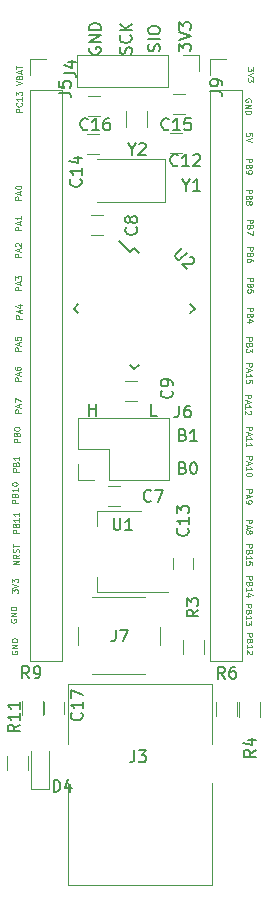
<source format=gbr>
G04 #@! TF.FileFunction,Legend,Top*
%FSLAX46Y46*%
G04 Gerber Fmt 4.6, Leading zero omitted, Abs format (unit mm)*
G04 Created by KiCad (PCBNEW 4.0.7) date 06/22/20 22:52:38*
%MOMM*%
%LPD*%
G01*
G04 APERTURE LIST*
%ADD10C,0.100000*%
%ADD11C,0.150000*%
%ADD12C,0.120000*%
G04 APERTURE END LIST*
D10*
D11*
X72693239Y-64604571D02*
X72836096Y-64652190D01*
X72883715Y-64699810D01*
X72931334Y-64795048D01*
X72931334Y-64937905D01*
X72883715Y-65033143D01*
X72836096Y-65080762D01*
X72740858Y-65128381D01*
X72359905Y-65128381D01*
X72359905Y-64128381D01*
X72693239Y-64128381D01*
X72788477Y-64176000D01*
X72836096Y-64223619D01*
X72883715Y-64318857D01*
X72883715Y-64414095D01*
X72836096Y-64509333D01*
X72788477Y-64556952D01*
X72693239Y-64604571D01*
X72359905Y-64604571D01*
X73883715Y-65128381D02*
X73312286Y-65128381D01*
X73598000Y-65128381D02*
X73598000Y-64128381D01*
X73502762Y-64271238D01*
X73407524Y-64366476D01*
X73312286Y-64414095D01*
X72693239Y-67404571D02*
X72836096Y-67452190D01*
X72883715Y-67499810D01*
X72931334Y-67595048D01*
X72931334Y-67737905D01*
X72883715Y-67833143D01*
X72836096Y-67880762D01*
X72740858Y-67928381D01*
X72359905Y-67928381D01*
X72359905Y-66928381D01*
X72693239Y-66928381D01*
X72788477Y-66976000D01*
X72836096Y-67023619D01*
X72883715Y-67118857D01*
X72883715Y-67214095D01*
X72836096Y-67309333D01*
X72788477Y-67356952D01*
X72693239Y-67404571D01*
X72359905Y-67404571D01*
X73550381Y-66928381D02*
X73645620Y-66928381D01*
X73740858Y-66976000D01*
X73788477Y-67023619D01*
X73836096Y-67118857D01*
X73883715Y-67309333D01*
X73883715Y-67547429D01*
X73836096Y-67737905D01*
X73788477Y-67833143D01*
X73740858Y-67880762D01*
X73645620Y-67928381D01*
X73550381Y-67928381D01*
X73455143Y-67880762D01*
X73407524Y-67833143D01*
X73359905Y-67737905D01*
X73312286Y-67547429D01*
X73312286Y-67309333D01*
X73359905Y-67118857D01*
X73407524Y-67023619D01*
X73455143Y-66976000D01*
X73550381Y-66928381D01*
X70507524Y-63003381D02*
X70031333Y-63003381D01*
X70031333Y-62003381D01*
X64787286Y-62978381D02*
X64787286Y-61978381D01*
X64787286Y-62454571D02*
X65358715Y-62454571D01*
X65358715Y-62978381D02*
X65358715Y-61978381D01*
X68302762Y-32361714D02*
X68350381Y-32218857D01*
X68350381Y-31980761D01*
X68302762Y-31885523D01*
X68255143Y-31837904D01*
X68159905Y-31790285D01*
X68064667Y-31790285D01*
X67969429Y-31837904D01*
X67921810Y-31885523D01*
X67874190Y-31980761D01*
X67826571Y-32171238D01*
X67778952Y-32266476D01*
X67731333Y-32314095D01*
X67636095Y-32361714D01*
X67540857Y-32361714D01*
X67445619Y-32314095D01*
X67398000Y-32266476D01*
X67350381Y-32171238D01*
X67350381Y-31933142D01*
X67398000Y-31790285D01*
X68255143Y-30790285D02*
X68302762Y-30837904D01*
X68350381Y-30980761D01*
X68350381Y-31075999D01*
X68302762Y-31218857D01*
X68207524Y-31314095D01*
X68112286Y-31361714D01*
X67921810Y-31409333D01*
X67778952Y-31409333D01*
X67588476Y-31361714D01*
X67493238Y-31314095D01*
X67398000Y-31218857D01*
X67350381Y-31075999D01*
X67350381Y-30980761D01*
X67398000Y-30837904D01*
X67445619Y-30790285D01*
X68350381Y-30361714D02*
X67350381Y-30361714D01*
X68350381Y-29790285D02*
X67778952Y-30218857D01*
X67350381Y-29790285D02*
X67921810Y-30361714D01*
X70702762Y-32123619D02*
X70750381Y-31980762D01*
X70750381Y-31742666D01*
X70702762Y-31647428D01*
X70655143Y-31599809D01*
X70559905Y-31552190D01*
X70464667Y-31552190D01*
X70369429Y-31599809D01*
X70321810Y-31647428D01*
X70274190Y-31742666D01*
X70226571Y-31933143D01*
X70178952Y-32028381D01*
X70131333Y-32076000D01*
X70036095Y-32123619D01*
X69940857Y-32123619D01*
X69845619Y-32076000D01*
X69798000Y-32028381D01*
X69750381Y-31933143D01*
X69750381Y-31695047D01*
X69798000Y-31552190D01*
X70750381Y-31123619D02*
X69750381Y-31123619D01*
X69750381Y-30456953D02*
X69750381Y-30266476D01*
X69798000Y-30171238D01*
X69893238Y-30076000D01*
X70083714Y-30028381D01*
X70417048Y-30028381D01*
X70607524Y-30076000D01*
X70702762Y-30171238D01*
X70750381Y-30266476D01*
X70750381Y-30456953D01*
X70702762Y-30552191D01*
X70607524Y-30647429D01*
X70417048Y-30695048D01*
X70083714Y-30695048D01*
X69893238Y-30647429D01*
X69798000Y-30552191D01*
X69750381Y-30456953D01*
X64798000Y-31837904D02*
X64750381Y-31933142D01*
X64750381Y-32075999D01*
X64798000Y-32218857D01*
X64893238Y-32314095D01*
X64988476Y-32361714D01*
X65178952Y-32409333D01*
X65321810Y-32409333D01*
X65512286Y-32361714D01*
X65607524Y-32314095D01*
X65702762Y-32218857D01*
X65750381Y-32075999D01*
X65750381Y-31980761D01*
X65702762Y-31837904D01*
X65655143Y-31790285D01*
X65321810Y-31790285D01*
X65321810Y-31980761D01*
X65750381Y-31361714D02*
X64750381Y-31361714D01*
X65750381Y-30790285D01*
X64750381Y-30790285D01*
X65750381Y-30314095D02*
X64750381Y-30314095D01*
X64750381Y-30076000D01*
X64798000Y-29933142D01*
X64893238Y-29837904D01*
X64988476Y-29790285D01*
X65178952Y-29742666D01*
X65321810Y-29742666D01*
X65512286Y-29790285D01*
X65607524Y-29837904D01*
X65702762Y-29933142D01*
X65750381Y-30076000D01*
X65750381Y-30314095D01*
X72350381Y-32114095D02*
X72350381Y-31495047D01*
X72731333Y-31828381D01*
X72731333Y-31685523D01*
X72778952Y-31590285D01*
X72826571Y-31542666D01*
X72921810Y-31495047D01*
X73159905Y-31495047D01*
X73255143Y-31542666D01*
X73302762Y-31590285D01*
X73350381Y-31685523D01*
X73350381Y-31971238D01*
X73302762Y-32066476D01*
X73255143Y-32114095D01*
X72350381Y-31209333D02*
X73350381Y-30876000D01*
X72350381Y-30542666D01*
X72350381Y-30304571D02*
X72350381Y-29685523D01*
X72731333Y-30018857D01*
X72731333Y-29875999D01*
X72778952Y-29780761D01*
X72826571Y-29733142D01*
X72921810Y-29685523D01*
X73159905Y-29685523D01*
X73255143Y-29733142D01*
X73302762Y-29780761D01*
X73350381Y-29875999D01*
X73350381Y-30161714D01*
X73302762Y-30256952D01*
X73255143Y-30304571D01*
D10*
X78671810Y-33496954D02*
X78671810Y-33806477D01*
X78481333Y-33639811D01*
X78481333Y-33711239D01*
X78457524Y-33758858D01*
X78433714Y-33782668D01*
X78386095Y-33806477D01*
X78267048Y-33806477D01*
X78219429Y-33782668D01*
X78195619Y-33758858D01*
X78171810Y-33711239D01*
X78171810Y-33568382D01*
X78195619Y-33520763D01*
X78219429Y-33496954D01*
X78671810Y-33949334D02*
X78171810Y-34116001D01*
X78671810Y-34282667D01*
X78671810Y-34401715D02*
X78671810Y-34711238D01*
X78481333Y-34544572D01*
X78481333Y-34616000D01*
X78457524Y-34663619D01*
X78433714Y-34687429D01*
X78386095Y-34711238D01*
X78267048Y-34711238D01*
X78219429Y-34687429D01*
X78195619Y-34663619D01*
X78171810Y-34616000D01*
X78171810Y-34473143D01*
X78195619Y-34425524D01*
X78219429Y-34401715D01*
X78458000Y-36415047D02*
X78481810Y-36367428D01*
X78481810Y-36296000D01*
X78458000Y-36224571D01*
X78410381Y-36176952D01*
X78362762Y-36153143D01*
X78267524Y-36129333D01*
X78196095Y-36129333D01*
X78100857Y-36153143D01*
X78053238Y-36176952D01*
X78005619Y-36224571D01*
X77981810Y-36296000D01*
X77981810Y-36343619D01*
X78005619Y-36415047D01*
X78029429Y-36438857D01*
X78196095Y-36438857D01*
X78196095Y-36343619D01*
X77981810Y-36653143D02*
X78481810Y-36653143D01*
X77981810Y-36938857D01*
X78481810Y-36938857D01*
X77981810Y-37176953D02*
X78481810Y-37176953D01*
X78481810Y-37296000D01*
X78458000Y-37367429D01*
X78410381Y-37415048D01*
X78362762Y-37438857D01*
X78267524Y-37462667D01*
X78196095Y-37462667D01*
X78100857Y-37438857D01*
X78053238Y-37415048D01*
X78005619Y-37367429D01*
X77981810Y-37296000D01*
X77981810Y-37176953D01*
X78531810Y-39310763D02*
X78531810Y-39072668D01*
X78293714Y-39048858D01*
X78317524Y-39072668D01*
X78341333Y-39120287D01*
X78341333Y-39239334D01*
X78317524Y-39286953D01*
X78293714Y-39310763D01*
X78246095Y-39334572D01*
X78127048Y-39334572D01*
X78079429Y-39310763D01*
X78055619Y-39286953D01*
X78031810Y-39239334D01*
X78031810Y-39120287D01*
X78055619Y-39072668D01*
X78079429Y-39048858D01*
X78531810Y-39477429D02*
X78031810Y-39644096D01*
X78531810Y-39810762D01*
X78031810Y-41226953D02*
X78531810Y-41226953D01*
X78531810Y-41417429D01*
X78508000Y-41465048D01*
X78484190Y-41488857D01*
X78436571Y-41512667D01*
X78365143Y-41512667D01*
X78317524Y-41488857D01*
X78293714Y-41465048D01*
X78269905Y-41417429D01*
X78269905Y-41226953D01*
X78293714Y-41893619D02*
X78269905Y-41965048D01*
X78246095Y-41988857D01*
X78198476Y-42012667D01*
X78127048Y-42012667D01*
X78079429Y-41988857D01*
X78055619Y-41965048D01*
X78031810Y-41917429D01*
X78031810Y-41726953D01*
X78531810Y-41726953D01*
X78531810Y-41893619D01*
X78508000Y-41941238D01*
X78484190Y-41965048D01*
X78436571Y-41988857D01*
X78388952Y-41988857D01*
X78341333Y-41965048D01*
X78317524Y-41941238D01*
X78293714Y-41893619D01*
X78293714Y-41726953D01*
X78031810Y-42250762D02*
X78031810Y-42346000D01*
X78055619Y-42393619D01*
X78079429Y-42417429D01*
X78150857Y-42465048D01*
X78246095Y-42488857D01*
X78436571Y-42488857D01*
X78484190Y-42465048D01*
X78508000Y-42441238D01*
X78531810Y-42393619D01*
X78531810Y-42298381D01*
X78508000Y-42250762D01*
X78484190Y-42226953D01*
X78436571Y-42203143D01*
X78317524Y-42203143D01*
X78269905Y-42226953D01*
X78246095Y-42250762D01*
X78222286Y-42298381D01*
X78222286Y-42393619D01*
X78246095Y-42441238D01*
X78269905Y-42465048D01*
X78317524Y-42488857D01*
X78031810Y-43846953D02*
X78531810Y-43846953D01*
X78531810Y-44037429D01*
X78508000Y-44085048D01*
X78484190Y-44108857D01*
X78436571Y-44132667D01*
X78365143Y-44132667D01*
X78317524Y-44108857D01*
X78293714Y-44085048D01*
X78269905Y-44037429D01*
X78269905Y-43846953D01*
X78293714Y-44513619D02*
X78269905Y-44585048D01*
X78246095Y-44608857D01*
X78198476Y-44632667D01*
X78127048Y-44632667D01*
X78079429Y-44608857D01*
X78055619Y-44585048D01*
X78031810Y-44537429D01*
X78031810Y-44346953D01*
X78531810Y-44346953D01*
X78531810Y-44513619D01*
X78508000Y-44561238D01*
X78484190Y-44585048D01*
X78436571Y-44608857D01*
X78388952Y-44608857D01*
X78341333Y-44585048D01*
X78317524Y-44561238D01*
X78293714Y-44513619D01*
X78293714Y-44346953D01*
X78317524Y-44918381D02*
X78341333Y-44870762D01*
X78365143Y-44846953D01*
X78412762Y-44823143D01*
X78436571Y-44823143D01*
X78484190Y-44846953D01*
X78508000Y-44870762D01*
X78531810Y-44918381D01*
X78531810Y-45013619D01*
X78508000Y-45061238D01*
X78484190Y-45085048D01*
X78436571Y-45108857D01*
X78412762Y-45108857D01*
X78365143Y-45085048D01*
X78341333Y-45061238D01*
X78317524Y-45013619D01*
X78317524Y-44918381D01*
X78293714Y-44870762D01*
X78269905Y-44846953D01*
X78222286Y-44823143D01*
X78127048Y-44823143D01*
X78079429Y-44846953D01*
X78055619Y-44870762D01*
X78031810Y-44918381D01*
X78031810Y-45013619D01*
X78055619Y-45061238D01*
X78079429Y-45085048D01*
X78127048Y-45108857D01*
X78222286Y-45108857D01*
X78269905Y-45085048D01*
X78293714Y-45061238D01*
X78317524Y-45013619D01*
X78111810Y-46376953D02*
X78611810Y-46376953D01*
X78611810Y-46567429D01*
X78588000Y-46615048D01*
X78564190Y-46638857D01*
X78516571Y-46662667D01*
X78445143Y-46662667D01*
X78397524Y-46638857D01*
X78373714Y-46615048D01*
X78349905Y-46567429D01*
X78349905Y-46376953D01*
X78373714Y-47043619D02*
X78349905Y-47115048D01*
X78326095Y-47138857D01*
X78278476Y-47162667D01*
X78207048Y-47162667D01*
X78159429Y-47138857D01*
X78135619Y-47115048D01*
X78111810Y-47067429D01*
X78111810Y-46876953D01*
X78611810Y-46876953D01*
X78611810Y-47043619D01*
X78588000Y-47091238D01*
X78564190Y-47115048D01*
X78516571Y-47138857D01*
X78468952Y-47138857D01*
X78421333Y-47115048D01*
X78397524Y-47091238D01*
X78373714Y-47043619D01*
X78373714Y-46876953D01*
X78611810Y-47329334D02*
X78611810Y-47662667D01*
X78111810Y-47448381D01*
X78111810Y-48716953D02*
X78611810Y-48716953D01*
X78611810Y-48907429D01*
X78588000Y-48955048D01*
X78564190Y-48978857D01*
X78516571Y-49002667D01*
X78445143Y-49002667D01*
X78397524Y-48978857D01*
X78373714Y-48955048D01*
X78349905Y-48907429D01*
X78349905Y-48716953D01*
X78373714Y-49383619D02*
X78349905Y-49455048D01*
X78326095Y-49478857D01*
X78278476Y-49502667D01*
X78207048Y-49502667D01*
X78159429Y-49478857D01*
X78135619Y-49455048D01*
X78111810Y-49407429D01*
X78111810Y-49216953D01*
X78611810Y-49216953D01*
X78611810Y-49383619D01*
X78588000Y-49431238D01*
X78564190Y-49455048D01*
X78516571Y-49478857D01*
X78468952Y-49478857D01*
X78421333Y-49455048D01*
X78397524Y-49431238D01*
X78373714Y-49383619D01*
X78373714Y-49216953D01*
X78611810Y-49931238D02*
X78611810Y-49836000D01*
X78588000Y-49788381D01*
X78564190Y-49764572D01*
X78492762Y-49716953D01*
X78397524Y-49693143D01*
X78207048Y-49693143D01*
X78159429Y-49716953D01*
X78135619Y-49740762D01*
X78111810Y-49788381D01*
X78111810Y-49883619D01*
X78135619Y-49931238D01*
X78159429Y-49955048D01*
X78207048Y-49978857D01*
X78326095Y-49978857D01*
X78373714Y-49955048D01*
X78397524Y-49931238D01*
X78421333Y-49883619D01*
X78421333Y-49788381D01*
X78397524Y-49740762D01*
X78373714Y-49716953D01*
X78326095Y-49693143D01*
X78141810Y-51306953D02*
X78641810Y-51306953D01*
X78641810Y-51497429D01*
X78618000Y-51545048D01*
X78594190Y-51568857D01*
X78546571Y-51592667D01*
X78475143Y-51592667D01*
X78427524Y-51568857D01*
X78403714Y-51545048D01*
X78379905Y-51497429D01*
X78379905Y-51306953D01*
X78403714Y-51973619D02*
X78379905Y-52045048D01*
X78356095Y-52068857D01*
X78308476Y-52092667D01*
X78237048Y-52092667D01*
X78189429Y-52068857D01*
X78165619Y-52045048D01*
X78141810Y-51997429D01*
X78141810Y-51806953D01*
X78641810Y-51806953D01*
X78641810Y-51973619D01*
X78618000Y-52021238D01*
X78594190Y-52045048D01*
X78546571Y-52068857D01*
X78498952Y-52068857D01*
X78451333Y-52045048D01*
X78427524Y-52021238D01*
X78403714Y-51973619D01*
X78403714Y-51806953D01*
X78641810Y-52545048D02*
X78641810Y-52306953D01*
X78403714Y-52283143D01*
X78427524Y-52306953D01*
X78451333Y-52354572D01*
X78451333Y-52473619D01*
X78427524Y-52521238D01*
X78403714Y-52545048D01*
X78356095Y-52568857D01*
X78237048Y-52568857D01*
X78189429Y-52545048D01*
X78165619Y-52521238D01*
X78141810Y-52473619D01*
X78141810Y-52354572D01*
X78165619Y-52306953D01*
X78189429Y-52283143D01*
X78111810Y-53846953D02*
X78611810Y-53846953D01*
X78611810Y-54037429D01*
X78588000Y-54085048D01*
X78564190Y-54108857D01*
X78516571Y-54132667D01*
X78445143Y-54132667D01*
X78397524Y-54108857D01*
X78373714Y-54085048D01*
X78349905Y-54037429D01*
X78349905Y-53846953D01*
X78373714Y-54513619D02*
X78349905Y-54585048D01*
X78326095Y-54608857D01*
X78278476Y-54632667D01*
X78207048Y-54632667D01*
X78159429Y-54608857D01*
X78135619Y-54585048D01*
X78111810Y-54537429D01*
X78111810Y-54346953D01*
X78611810Y-54346953D01*
X78611810Y-54513619D01*
X78588000Y-54561238D01*
X78564190Y-54585048D01*
X78516571Y-54608857D01*
X78468952Y-54608857D01*
X78421333Y-54585048D01*
X78397524Y-54561238D01*
X78373714Y-54513619D01*
X78373714Y-54346953D01*
X78445143Y-55061238D02*
X78111810Y-55061238D01*
X78635619Y-54942191D02*
X78278476Y-54823143D01*
X78278476Y-55132667D01*
X78041810Y-56366953D02*
X78541810Y-56366953D01*
X78541810Y-56557429D01*
X78518000Y-56605048D01*
X78494190Y-56628857D01*
X78446571Y-56652667D01*
X78375143Y-56652667D01*
X78327524Y-56628857D01*
X78303714Y-56605048D01*
X78279905Y-56557429D01*
X78279905Y-56366953D01*
X78303714Y-57033619D02*
X78279905Y-57105048D01*
X78256095Y-57128857D01*
X78208476Y-57152667D01*
X78137048Y-57152667D01*
X78089429Y-57128857D01*
X78065619Y-57105048D01*
X78041810Y-57057429D01*
X78041810Y-56866953D01*
X78541810Y-56866953D01*
X78541810Y-57033619D01*
X78518000Y-57081238D01*
X78494190Y-57105048D01*
X78446571Y-57128857D01*
X78398952Y-57128857D01*
X78351333Y-57105048D01*
X78327524Y-57081238D01*
X78303714Y-57033619D01*
X78303714Y-56866953D01*
X78541810Y-57319334D02*
X78541810Y-57628857D01*
X78351333Y-57462191D01*
X78351333Y-57533619D01*
X78327524Y-57581238D01*
X78303714Y-57605048D01*
X78256095Y-57628857D01*
X78137048Y-57628857D01*
X78089429Y-57605048D01*
X78065619Y-57581238D01*
X78041810Y-57533619D01*
X78041810Y-57390762D01*
X78065619Y-57343143D01*
X78089429Y-57319334D01*
X78031810Y-58554573D02*
X78531810Y-58554573D01*
X78531810Y-58745049D01*
X78508000Y-58792668D01*
X78484190Y-58816477D01*
X78436571Y-58840287D01*
X78365143Y-58840287D01*
X78317524Y-58816477D01*
X78293714Y-58792668D01*
X78269905Y-58745049D01*
X78269905Y-58554573D01*
X78174667Y-59030763D02*
X78174667Y-59268858D01*
X78031810Y-58983144D02*
X78531810Y-59149811D01*
X78031810Y-59316477D01*
X78031810Y-59745048D02*
X78031810Y-59459334D01*
X78031810Y-59602191D02*
X78531810Y-59602191D01*
X78460381Y-59554572D01*
X78412762Y-59506953D01*
X78388952Y-59459334D01*
X78531810Y-60197429D02*
X78531810Y-59959334D01*
X78293714Y-59935524D01*
X78317524Y-59959334D01*
X78341333Y-60006953D01*
X78341333Y-60126000D01*
X78317524Y-60173619D01*
X78293714Y-60197429D01*
X78246095Y-60221238D01*
X78127048Y-60221238D01*
X78079429Y-60197429D01*
X78055619Y-60173619D01*
X78031810Y-60126000D01*
X78031810Y-60006953D01*
X78055619Y-59959334D01*
X78079429Y-59935524D01*
X77951810Y-61194573D02*
X78451810Y-61194573D01*
X78451810Y-61385049D01*
X78428000Y-61432668D01*
X78404190Y-61456477D01*
X78356571Y-61480287D01*
X78285143Y-61480287D01*
X78237524Y-61456477D01*
X78213714Y-61432668D01*
X78189905Y-61385049D01*
X78189905Y-61194573D01*
X78094667Y-61670763D02*
X78094667Y-61908858D01*
X77951810Y-61623144D02*
X78451810Y-61789811D01*
X77951810Y-61956477D01*
X77951810Y-62385048D02*
X77951810Y-62099334D01*
X77951810Y-62242191D02*
X78451810Y-62242191D01*
X78380381Y-62194572D01*
X78332762Y-62146953D01*
X78308952Y-62099334D01*
X78404190Y-62575524D02*
X78428000Y-62599334D01*
X78451810Y-62646953D01*
X78451810Y-62766000D01*
X78428000Y-62813619D01*
X78404190Y-62837429D01*
X78356571Y-62861238D01*
X78308952Y-62861238D01*
X78237524Y-62837429D01*
X77951810Y-62551715D01*
X77951810Y-62861238D01*
X78041810Y-63914573D02*
X78541810Y-63914573D01*
X78541810Y-64105049D01*
X78518000Y-64152668D01*
X78494190Y-64176477D01*
X78446571Y-64200287D01*
X78375143Y-64200287D01*
X78327524Y-64176477D01*
X78303714Y-64152668D01*
X78279905Y-64105049D01*
X78279905Y-63914573D01*
X78184667Y-64390763D02*
X78184667Y-64628858D01*
X78041810Y-64343144D02*
X78541810Y-64509811D01*
X78041810Y-64676477D01*
X78041810Y-65105048D02*
X78041810Y-64819334D01*
X78041810Y-64962191D02*
X78541810Y-64962191D01*
X78470381Y-64914572D01*
X78422762Y-64866953D01*
X78398952Y-64819334D01*
X78041810Y-65581238D02*
X78041810Y-65295524D01*
X78041810Y-65438381D02*
X78541810Y-65438381D01*
X78470381Y-65390762D01*
X78422762Y-65343143D01*
X78398952Y-65295524D01*
X78041810Y-66434573D02*
X78541810Y-66434573D01*
X78541810Y-66625049D01*
X78518000Y-66672668D01*
X78494190Y-66696477D01*
X78446571Y-66720287D01*
X78375143Y-66720287D01*
X78327524Y-66696477D01*
X78303714Y-66672668D01*
X78279905Y-66625049D01*
X78279905Y-66434573D01*
X78184667Y-66910763D02*
X78184667Y-67148858D01*
X78041810Y-66863144D02*
X78541810Y-67029811D01*
X78041810Y-67196477D01*
X78041810Y-67625048D02*
X78041810Y-67339334D01*
X78041810Y-67482191D02*
X78541810Y-67482191D01*
X78470381Y-67434572D01*
X78422762Y-67386953D01*
X78398952Y-67339334D01*
X78541810Y-67934572D02*
X78541810Y-67982191D01*
X78518000Y-68029810D01*
X78494190Y-68053619D01*
X78446571Y-68077429D01*
X78351333Y-68101238D01*
X78232286Y-68101238D01*
X78137048Y-68077429D01*
X78089429Y-68053619D01*
X78065619Y-68029810D01*
X78041810Y-67982191D01*
X78041810Y-67934572D01*
X78065619Y-67886953D01*
X78089429Y-67863143D01*
X78137048Y-67839334D01*
X78232286Y-67815524D01*
X78351333Y-67815524D01*
X78446571Y-67839334D01*
X78494190Y-67863143D01*
X78518000Y-67886953D01*
X78541810Y-67934572D01*
X78011810Y-69232668D02*
X78511810Y-69232668D01*
X78511810Y-69423144D01*
X78488000Y-69470763D01*
X78464190Y-69494572D01*
X78416571Y-69518382D01*
X78345143Y-69518382D01*
X78297524Y-69494572D01*
X78273714Y-69470763D01*
X78249905Y-69423144D01*
X78249905Y-69232668D01*
X78154667Y-69708858D02*
X78154667Y-69946953D01*
X78011810Y-69661239D02*
X78511810Y-69827906D01*
X78011810Y-69994572D01*
X78011810Y-70185048D02*
X78011810Y-70280286D01*
X78035619Y-70327905D01*
X78059429Y-70351715D01*
X78130857Y-70399334D01*
X78226095Y-70423143D01*
X78416571Y-70423143D01*
X78464190Y-70399334D01*
X78488000Y-70375524D01*
X78511810Y-70327905D01*
X78511810Y-70232667D01*
X78488000Y-70185048D01*
X78464190Y-70161239D01*
X78416571Y-70137429D01*
X78297524Y-70137429D01*
X78249905Y-70161239D01*
X78226095Y-70185048D01*
X78202286Y-70232667D01*
X78202286Y-70327905D01*
X78226095Y-70375524D01*
X78249905Y-70399334D01*
X78297524Y-70423143D01*
X78011810Y-71792668D02*
X78511810Y-71792668D01*
X78511810Y-71983144D01*
X78488000Y-72030763D01*
X78464190Y-72054572D01*
X78416571Y-72078382D01*
X78345143Y-72078382D01*
X78297524Y-72054572D01*
X78273714Y-72030763D01*
X78249905Y-71983144D01*
X78249905Y-71792668D01*
X78154667Y-72268858D02*
X78154667Y-72506953D01*
X78011810Y-72221239D02*
X78511810Y-72387906D01*
X78011810Y-72554572D01*
X78297524Y-72792667D02*
X78321333Y-72745048D01*
X78345143Y-72721239D01*
X78392762Y-72697429D01*
X78416571Y-72697429D01*
X78464190Y-72721239D01*
X78488000Y-72745048D01*
X78511810Y-72792667D01*
X78511810Y-72887905D01*
X78488000Y-72935524D01*
X78464190Y-72959334D01*
X78416571Y-72983143D01*
X78392762Y-72983143D01*
X78345143Y-72959334D01*
X78321333Y-72935524D01*
X78297524Y-72887905D01*
X78297524Y-72792667D01*
X78273714Y-72745048D01*
X78249905Y-72721239D01*
X78202286Y-72697429D01*
X78107048Y-72697429D01*
X78059429Y-72721239D01*
X78035619Y-72745048D01*
X78011810Y-72792667D01*
X78011810Y-72887905D01*
X78035619Y-72935524D01*
X78059429Y-72959334D01*
X78107048Y-72983143D01*
X78202286Y-72983143D01*
X78249905Y-72959334D01*
X78273714Y-72935524D01*
X78297524Y-72887905D01*
X78031810Y-73878858D02*
X78531810Y-73878858D01*
X78531810Y-74069334D01*
X78508000Y-74116953D01*
X78484190Y-74140762D01*
X78436571Y-74164572D01*
X78365143Y-74164572D01*
X78317524Y-74140762D01*
X78293714Y-74116953D01*
X78269905Y-74069334D01*
X78269905Y-73878858D01*
X78293714Y-74545524D02*
X78269905Y-74616953D01*
X78246095Y-74640762D01*
X78198476Y-74664572D01*
X78127048Y-74664572D01*
X78079429Y-74640762D01*
X78055619Y-74616953D01*
X78031810Y-74569334D01*
X78031810Y-74378858D01*
X78531810Y-74378858D01*
X78531810Y-74545524D01*
X78508000Y-74593143D01*
X78484190Y-74616953D01*
X78436571Y-74640762D01*
X78388952Y-74640762D01*
X78341333Y-74616953D01*
X78317524Y-74593143D01*
X78293714Y-74545524D01*
X78293714Y-74378858D01*
X78031810Y-75140762D02*
X78031810Y-74855048D01*
X78031810Y-74997905D02*
X78531810Y-74997905D01*
X78460381Y-74950286D01*
X78412762Y-74902667D01*
X78388952Y-74855048D01*
X78531810Y-75593143D02*
X78531810Y-75355048D01*
X78293714Y-75331238D01*
X78317524Y-75355048D01*
X78341333Y-75402667D01*
X78341333Y-75521714D01*
X78317524Y-75569333D01*
X78293714Y-75593143D01*
X78246095Y-75616952D01*
X78127048Y-75616952D01*
X78079429Y-75593143D01*
X78055619Y-75569333D01*
X78031810Y-75521714D01*
X78031810Y-75402667D01*
X78055619Y-75355048D01*
X78079429Y-75331238D01*
X78071810Y-76588858D02*
X78571810Y-76588858D01*
X78571810Y-76779334D01*
X78548000Y-76826953D01*
X78524190Y-76850762D01*
X78476571Y-76874572D01*
X78405143Y-76874572D01*
X78357524Y-76850762D01*
X78333714Y-76826953D01*
X78309905Y-76779334D01*
X78309905Y-76588858D01*
X78333714Y-77255524D02*
X78309905Y-77326953D01*
X78286095Y-77350762D01*
X78238476Y-77374572D01*
X78167048Y-77374572D01*
X78119429Y-77350762D01*
X78095619Y-77326953D01*
X78071810Y-77279334D01*
X78071810Y-77088858D01*
X78571810Y-77088858D01*
X78571810Y-77255524D01*
X78548000Y-77303143D01*
X78524190Y-77326953D01*
X78476571Y-77350762D01*
X78428952Y-77350762D01*
X78381333Y-77326953D01*
X78357524Y-77303143D01*
X78333714Y-77255524D01*
X78333714Y-77088858D01*
X78071810Y-77850762D02*
X78071810Y-77565048D01*
X78071810Y-77707905D02*
X78571810Y-77707905D01*
X78500381Y-77660286D01*
X78452762Y-77612667D01*
X78428952Y-77565048D01*
X78405143Y-78279333D02*
X78071810Y-78279333D01*
X78595619Y-78160286D02*
X78238476Y-78041238D01*
X78238476Y-78350762D01*
X78001810Y-78958858D02*
X78501810Y-78958858D01*
X78501810Y-79149334D01*
X78478000Y-79196953D01*
X78454190Y-79220762D01*
X78406571Y-79244572D01*
X78335143Y-79244572D01*
X78287524Y-79220762D01*
X78263714Y-79196953D01*
X78239905Y-79149334D01*
X78239905Y-78958858D01*
X78263714Y-79625524D02*
X78239905Y-79696953D01*
X78216095Y-79720762D01*
X78168476Y-79744572D01*
X78097048Y-79744572D01*
X78049429Y-79720762D01*
X78025619Y-79696953D01*
X78001810Y-79649334D01*
X78001810Y-79458858D01*
X78501810Y-79458858D01*
X78501810Y-79625524D01*
X78478000Y-79673143D01*
X78454190Y-79696953D01*
X78406571Y-79720762D01*
X78358952Y-79720762D01*
X78311333Y-79696953D01*
X78287524Y-79673143D01*
X78263714Y-79625524D01*
X78263714Y-79458858D01*
X78001810Y-80220762D02*
X78001810Y-79935048D01*
X78001810Y-80077905D02*
X78501810Y-80077905D01*
X78430381Y-80030286D01*
X78382762Y-79982667D01*
X78358952Y-79935048D01*
X78501810Y-80387429D02*
X78501810Y-80696952D01*
X78311333Y-80530286D01*
X78311333Y-80601714D01*
X78287524Y-80649333D01*
X78263714Y-80673143D01*
X78216095Y-80696952D01*
X78097048Y-80696952D01*
X78049429Y-80673143D01*
X78025619Y-80649333D01*
X78001810Y-80601714D01*
X78001810Y-80458857D01*
X78025619Y-80411238D01*
X78049429Y-80387429D01*
X78081810Y-81418858D02*
X78581810Y-81418858D01*
X78581810Y-81609334D01*
X78558000Y-81656953D01*
X78534190Y-81680762D01*
X78486571Y-81704572D01*
X78415143Y-81704572D01*
X78367524Y-81680762D01*
X78343714Y-81656953D01*
X78319905Y-81609334D01*
X78319905Y-81418858D01*
X78343714Y-82085524D02*
X78319905Y-82156953D01*
X78296095Y-82180762D01*
X78248476Y-82204572D01*
X78177048Y-82204572D01*
X78129429Y-82180762D01*
X78105619Y-82156953D01*
X78081810Y-82109334D01*
X78081810Y-81918858D01*
X78581810Y-81918858D01*
X78581810Y-82085524D01*
X78558000Y-82133143D01*
X78534190Y-82156953D01*
X78486571Y-82180762D01*
X78438952Y-82180762D01*
X78391333Y-82156953D01*
X78367524Y-82133143D01*
X78343714Y-82085524D01*
X78343714Y-81918858D01*
X78081810Y-82680762D02*
X78081810Y-82395048D01*
X78081810Y-82537905D02*
X78581810Y-82537905D01*
X78510381Y-82490286D01*
X78462762Y-82442667D01*
X78438952Y-82395048D01*
X78534190Y-82871238D02*
X78558000Y-82895048D01*
X78581810Y-82942667D01*
X78581810Y-83061714D01*
X78558000Y-83109333D01*
X78534190Y-83133143D01*
X78486571Y-83156952D01*
X78438952Y-83156952D01*
X78367524Y-83133143D01*
X78081810Y-82847429D01*
X78081810Y-83156952D01*
X58208000Y-82896953D02*
X58184190Y-82944572D01*
X58184190Y-83016000D01*
X58208000Y-83087429D01*
X58255619Y-83135048D01*
X58303238Y-83158857D01*
X58398476Y-83182667D01*
X58469905Y-83182667D01*
X58565143Y-83158857D01*
X58612762Y-83135048D01*
X58660381Y-83087429D01*
X58684190Y-83016000D01*
X58684190Y-82968381D01*
X58660381Y-82896953D01*
X58636571Y-82873143D01*
X58469905Y-82873143D01*
X58469905Y-82968381D01*
X58684190Y-82658857D02*
X58184190Y-82658857D01*
X58684190Y-82373143D01*
X58184190Y-82373143D01*
X58684190Y-82135047D02*
X58184190Y-82135047D01*
X58184190Y-82016000D01*
X58208000Y-81944571D01*
X58255619Y-81896952D01*
X58303238Y-81873143D01*
X58398476Y-81849333D01*
X58469905Y-81849333D01*
X58565143Y-81873143D01*
X58612762Y-81896952D01*
X58660381Y-81944571D01*
X58684190Y-82016000D01*
X58684190Y-82135047D01*
X58128000Y-80216953D02*
X58104190Y-80264572D01*
X58104190Y-80336000D01*
X58128000Y-80407429D01*
X58175619Y-80455048D01*
X58223238Y-80478857D01*
X58318476Y-80502667D01*
X58389905Y-80502667D01*
X58485143Y-80478857D01*
X58532762Y-80455048D01*
X58580381Y-80407429D01*
X58604190Y-80336000D01*
X58604190Y-80288381D01*
X58580381Y-80216953D01*
X58556571Y-80193143D01*
X58389905Y-80193143D01*
X58389905Y-80288381D01*
X58604190Y-79978857D02*
X58104190Y-79978857D01*
X58604190Y-79693143D01*
X58104190Y-79693143D01*
X58604190Y-79455047D02*
X58104190Y-79455047D01*
X58104190Y-79336000D01*
X58128000Y-79264571D01*
X58175619Y-79216952D01*
X58223238Y-79193143D01*
X58318476Y-79169333D01*
X58389905Y-79169333D01*
X58485143Y-79193143D01*
X58532762Y-79216952D01*
X58580381Y-79264571D01*
X58604190Y-79336000D01*
X58604190Y-79455047D01*
X58224190Y-77995046D02*
X58224190Y-77685523D01*
X58414667Y-77852189D01*
X58414667Y-77780761D01*
X58438476Y-77733142D01*
X58462286Y-77709332D01*
X58509905Y-77685523D01*
X58628952Y-77685523D01*
X58676571Y-77709332D01*
X58700381Y-77733142D01*
X58724190Y-77780761D01*
X58724190Y-77923618D01*
X58700381Y-77971237D01*
X58676571Y-77995046D01*
X58224190Y-77542666D02*
X58724190Y-77375999D01*
X58224190Y-77209333D01*
X58224190Y-77090285D02*
X58224190Y-76780762D01*
X58414667Y-76947428D01*
X58414667Y-76876000D01*
X58438476Y-76828381D01*
X58462286Y-76804571D01*
X58509905Y-76780762D01*
X58628952Y-76780762D01*
X58676571Y-76804571D01*
X58700381Y-76828381D01*
X58724190Y-76876000D01*
X58724190Y-77018857D01*
X58700381Y-77066476D01*
X58676571Y-77090285D01*
X58804190Y-75557428D02*
X58304190Y-75557428D01*
X58804190Y-75271714D01*
X58304190Y-75271714D01*
X58804190Y-74747904D02*
X58566095Y-74914571D01*
X58804190Y-75033618D02*
X58304190Y-75033618D01*
X58304190Y-74843142D01*
X58328000Y-74795523D01*
X58351810Y-74771714D01*
X58399429Y-74747904D01*
X58470857Y-74747904D01*
X58518476Y-74771714D01*
X58542286Y-74795523D01*
X58566095Y-74843142D01*
X58566095Y-75033618D01*
X58780381Y-74557428D02*
X58804190Y-74485999D01*
X58804190Y-74366952D01*
X58780381Y-74319333D01*
X58756571Y-74295523D01*
X58708952Y-74271714D01*
X58661333Y-74271714D01*
X58613714Y-74295523D01*
X58589905Y-74319333D01*
X58566095Y-74366952D01*
X58542286Y-74462190D01*
X58518476Y-74509809D01*
X58494667Y-74533618D01*
X58447048Y-74557428D01*
X58399429Y-74557428D01*
X58351810Y-74533618D01*
X58328000Y-74509809D01*
X58304190Y-74462190D01*
X58304190Y-74343142D01*
X58328000Y-74271714D01*
X58304190Y-74128857D02*
X58304190Y-73843143D01*
X58804190Y-73986000D02*
X58304190Y-73986000D01*
X58804190Y-72933142D02*
X58304190Y-72933142D01*
X58304190Y-72742666D01*
X58328000Y-72695047D01*
X58351810Y-72671238D01*
X58399429Y-72647428D01*
X58470857Y-72647428D01*
X58518476Y-72671238D01*
X58542286Y-72695047D01*
X58566095Y-72742666D01*
X58566095Y-72933142D01*
X58542286Y-72266476D02*
X58566095Y-72195047D01*
X58589905Y-72171238D01*
X58637524Y-72147428D01*
X58708952Y-72147428D01*
X58756571Y-72171238D01*
X58780381Y-72195047D01*
X58804190Y-72242666D01*
X58804190Y-72433142D01*
X58304190Y-72433142D01*
X58304190Y-72266476D01*
X58328000Y-72218857D01*
X58351810Y-72195047D01*
X58399429Y-72171238D01*
X58447048Y-72171238D01*
X58494667Y-72195047D01*
X58518476Y-72218857D01*
X58542286Y-72266476D01*
X58542286Y-72433142D01*
X58804190Y-71671238D02*
X58804190Y-71956952D01*
X58804190Y-71814095D02*
X58304190Y-71814095D01*
X58375619Y-71861714D01*
X58423238Y-71909333D01*
X58447048Y-71956952D01*
X58804190Y-71195048D02*
X58804190Y-71480762D01*
X58804190Y-71337905D02*
X58304190Y-71337905D01*
X58375619Y-71385524D01*
X58423238Y-71433143D01*
X58447048Y-71480762D01*
X58704190Y-70373142D02*
X58204190Y-70373142D01*
X58204190Y-70182666D01*
X58228000Y-70135047D01*
X58251810Y-70111238D01*
X58299429Y-70087428D01*
X58370857Y-70087428D01*
X58418476Y-70111238D01*
X58442286Y-70135047D01*
X58466095Y-70182666D01*
X58466095Y-70373142D01*
X58442286Y-69706476D02*
X58466095Y-69635047D01*
X58489905Y-69611238D01*
X58537524Y-69587428D01*
X58608952Y-69587428D01*
X58656571Y-69611238D01*
X58680381Y-69635047D01*
X58704190Y-69682666D01*
X58704190Y-69873142D01*
X58204190Y-69873142D01*
X58204190Y-69706476D01*
X58228000Y-69658857D01*
X58251810Y-69635047D01*
X58299429Y-69611238D01*
X58347048Y-69611238D01*
X58394667Y-69635047D01*
X58418476Y-69658857D01*
X58442286Y-69706476D01*
X58442286Y-69873142D01*
X58704190Y-69111238D02*
X58704190Y-69396952D01*
X58704190Y-69254095D02*
X58204190Y-69254095D01*
X58275619Y-69301714D01*
X58323238Y-69349333D01*
X58347048Y-69396952D01*
X58204190Y-68801714D02*
X58204190Y-68754095D01*
X58228000Y-68706476D01*
X58251810Y-68682667D01*
X58299429Y-68658857D01*
X58394667Y-68635048D01*
X58513714Y-68635048D01*
X58608952Y-68658857D01*
X58656571Y-68682667D01*
X58680381Y-68706476D01*
X58704190Y-68754095D01*
X58704190Y-68801714D01*
X58680381Y-68849333D01*
X58656571Y-68873143D01*
X58608952Y-68896952D01*
X58513714Y-68920762D01*
X58394667Y-68920762D01*
X58299429Y-68896952D01*
X58251810Y-68873143D01*
X58228000Y-68849333D01*
X58204190Y-68801714D01*
X58804190Y-67715047D02*
X58304190Y-67715047D01*
X58304190Y-67524571D01*
X58328000Y-67476952D01*
X58351810Y-67453143D01*
X58399429Y-67429333D01*
X58470857Y-67429333D01*
X58518476Y-67453143D01*
X58542286Y-67476952D01*
X58566095Y-67524571D01*
X58566095Y-67715047D01*
X58542286Y-67048381D02*
X58566095Y-66976952D01*
X58589905Y-66953143D01*
X58637524Y-66929333D01*
X58708952Y-66929333D01*
X58756571Y-66953143D01*
X58780381Y-66976952D01*
X58804190Y-67024571D01*
X58804190Y-67215047D01*
X58304190Y-67215047D01*
X58304190Y-67048381D01*
X58328000Y-67000762D01*
X58351810Y-66976952D01*
X58399429Y-66953143D01*
X58447048Y-66953143D01*
X58494667Y-66976952D01*
X58518476Y-67000762D01*
X58542286Y-67048381D01*
X58542286Y-67215047D01*
X58804190Y-66453143D02*
X58804190Y-66738857D01*
X58804190Y-66596000D02*
X58304190Y-66596000D01*
X58375619Y-66643619D01*
X58423238Y-66691238D01*
X58447048Y-66738857D01*
X58884190Y-65225047D02*
X58384190Y-65225047D01*
X58384190Y-65034571D01*
X58408000Y-64986952D01*
X58431810Y-64963143D01*
X58479429Y-64939333D01*
X58550857Y-64939333D01*
X58598476Y-64963143D01*
X58622286Y-64986952D01*
X58646095Y-65034571D01*
X58646095Y-65225047D01*
X58622286Y-64558381D02*
X58646095Y-64486952D01*
X58669905Y-64463143D01*
X58717524Y-64439333D01*
X58788952Y-64439333D01*
X58836571Y-64463143D01*
X58860381Y-64486952D01*
X58884190Y-64534571D01*
X58884190Y-64725047D01*
X58384190Y-64725047D01*
X58384190Y-64558381D01*
X58408000Y-64510762D01*
X58431810Y-64486952D01*
X58479429Y-64463143D01*
X58527048Y-64463143D01*
X58574667Y-64486952D01*
X58598476Y-64510762D01*
X58622286Y-64558381D01*
X58622286Y-64725047D01*
X58384190Y-64129809D02*
X58384190Y-64082190D01*
X58408000Y-64034571D01*
X58431810Y-64010762D01*
X58479429Y-63986952D01*
X58574667Y-63963143D01*
X58693714Y-63963143D01*
X58788952Y-63986952D01*
X58836571Y-64010762D01*
X58860381Y-64034571D01*
X58884190Y-64082190D01*
X58884190Y-64129809D01*
X58860381Y-64177428D01*
X58836571Y-64201238D01*
X58788952Y-64225047D01*
X58693714Y-64248857D01*
X58574667Y-64248857D01*
X58479429Y-64225047D01*
X58431810Y-64201238D01*
X58408000Y-64177428D01*
X58384190Y-64129809D01*
X58994190Y-62729332D02*
X58494190Y-62729332D01*
X58494190Y-62538856D01*
X58518000Y-62491237D01*
X58541810Y-62467428D01*
X58589429Y-62443618D01*
X58660857Y-62443618D01*
X58708476Y-62467428D01*
X58732286Y-62491237D01*
X58756095Y-62538856D01*
X58756095Y-62729332D01*
X58851333Y-62253142D02*
X58851333Y-62015047D01*
X58994190Y-62300761D02*
X58494190Y-62134094D01*
X58994190Y-61967428D01*
X58494190Y-61848380D02*
X58494190Y-61515047D01*
X58994190Y-61729333D01*
X58954190Y-60019332D02*
X58454190Y-60019332D01*
X58454190Y-59828856D01*
X58478000Y-59781237D01*
X58501810Y-59757428D01*
X58549429Y-59733618D01*
X58620857Y-59733618D01*
X58668476Y-59757428D01*
X58692286Y-59781237D01*
X58716095Y-59828856D01*
X58716095Y-60019332D01*
X58811333Y-59543142D02*
X58811333Y-59305047D01*
X58954190Y-59590761D02*
X58454190Y-59424094D01*
X58954190Y-59257428D01*
X58454190Y-58876476D02*
X58454190Y-58971714D01*
X58478000Y-59019333D01*
X58501810Y-59043142D01*
X58573238Y-59090761D01*
X58668476Y-59114571D01*
X58858952Y-59114571D01*
X58906571Y-59090761D01*
X58930381Y-59066952D01*
X58954190Y-59019333D01*
X58954190Y-58924095D01*
X58930381Y-58876476D01*
X58906571Y-58852666D01*
X58858952Y-58828857D01*
X58739905Y-58828857D01*
X58692286Y-58852666D01*
X58668476Y-58876476D01*
X58644667Y-58924095D01*
X58644667Y-59019333D01*
X58668476Y-59066952D01*
X58692286Y-59090761D01*
X58739905Y-59114571D01*
X58974190Y-57499332D02*
X58474190Y-57499332D01*
X58474190Y-57308856D01*
X58498000Y-57261237D01*
X58521810Y-57237428D01*
X58569429Y-57213618D01*
X58640857Y-57213618D01*
X58688476Y-57237428D01*
X58712286Y-57261237D01*
X58736095Y-57308856D01*
X58736095Y-57499332D01*
X58831333Y-57023142D02*
X58831333Y-56785047D01*
X58974190Y-57070761D02*
X58474190Y-56904094D01*
X58974190Y-56737428D01*
X58474190Y-56332666D02*
X58474190Y-56570761D01*
X58712286Y-56594571D01*
X58688476Y-56570761D01*
X58664667Y-56523142D01*
X58664667Y-56404095D01*
X58688476Y-56356476D01*
X58712286Y-56332666D01*
X58759905Y-56308857D01*
X58878952Y-56308857D01*
X58926571Y-56332666D01*
X58950381Y-56356476D01*
X58974190Y-56404095D01*
X58974190Y-56523142D01*
X58950381Y-56570761D01*
X58926571Y-56594571D01*
X59034190Y-54759332D02*
X58534190Y-54759332D01*
X58534190Y-54568856D01*
X58558000Y-54521237D01*
X58581810Y-54497428D01*
X58629429Y-54473618D01*
X58700857Y-54473618D01*
X58748476Y-54497428D01*
X58772286Y-54521237D01*
X58796095Y-54568856D01*
X58796095Y-54759332D01*
X58891333Y-54283142D02*
X58891333Y-54045047D01*
X59034190Y-54330761D02*
X58534190Y-54164094D01*
X59034190Y-53997428D01*
X58700857Y-53616476D02*
X59034190Y-53616476D01*
X58510381Y-53735523D02*
X58867524Y-53854571D01*
X58867524Y-53545047D01*
X59014190Y-52359332D02*
X58514190Y-52359332D01*
X58514190Y-52168856D01*
X58538000Y-52121237D01*
X58561810Y-52097428D01*
X58609429Y-52073618D01*
X58680857Y-52073618D01*
X58728476Y-52097428D01*
X58752286Y-52121237D01*
X58776095Y-52168856D01*
X58776095Y-52359332D01*
X58871333Y-51883142D02*
X58871333Y-51645047D01*
X59014190Y-51930761D02*
X58514190Y-51764094D01*
X59014190Y-51597428D01*
X58514190Y-51478380D02*
X58514190Y-51168857D01*
X58704667Y-51335523D01*
X58704667Y-51264095D01*
X58728476Y-51216476D01*
X58752286Y-51192666D01*
X58799905Y-51168857D01*
X58918952Y-51168857D01*
X58966571Y-51192666D01*
X58990381Y-51216476D01*
X59014190Y-51264095D01*
X59014190Y-51406952D01*
X58990381Y-51454571D01*
X58966571Y-51478380D01*
X58984190Y-49559332D02*
X58484190Y-49559332D01*
X58484190Y-49368856D01*
X58508000Y-49321237D01*
X58531810Y-49297428D01*
X58579429Y-49273618D01*
X58650857Y-49273618D01*
X58698476Y-49297428D01*
X58722286Y-49321237D01*
X58746095Y-49368856D01*
X58746095Y-49559332D01*
X58841333Y-49083142D02*
X58841333Y-48845047D01*
X58984190Y-49130761D02*
X58484190Y-48964094D01*
X58984190Y-48797428D01*
X58531810Y-48654571D02*
X58508000Y-48630761D01*
X58484190Y-48583142D01*
X58484190Y-48464095D01*
X58508000Y-48416476D01*
X58531810Y-48392666D01*
X58579429Y-48368857D01*
X58627048Y-48368857D01*
X58698476Y-48392666D01*
X58984190Y-48678380D01*
X58984190Y-48368857D01*
X59014190Y-47269332D02*
X58514190Y-47269332D01*
X58514190Y-47078856D01*
X58538000Y-47031237D01*
X58561810Y-47007428D01*
X58609429Y-46983618D01*
X58680857Y-46983618D01*
X58728476Y-47007428D01*
X58752286Y-47031237D01*
X58776095Y-47078856D01*
X58776095Y-47269332D01*
X58871333Y-46793142D02*
X58871333Y-46555047D01*
X59014190Y-46840761D02*
X58514190Y-46674094D01*
X59014190Y-46507428D01*
X59014190Y-46078857D02*
X59014190Y-46364571D01*
X59014190Y-46221714D02*
X58514190Y-46221714D01*
X58585619Y-46269333D01*
X58633238Y-46316952D01*
X58657048Y-46364571D01*
X59014190Y-44699332D02*
X58514190Y-44699332D01*
X58514190Y-44508856D01*
X58538000Y-44461237D01*
X58561810Y-44437428D01*
X58609429Y-44413618D01*
X58680857Y-44413618D01*
X58728476Y-44437428D01*
X58752286Y-44461237D01*
X58776095Y-44508856D01*
X58776095Y-44699332D01*
X58871333Y-44223142D02*
X58871333Y-43985047D01*
X59014190Y-44270761D02*
X58514190Y-44104094D01*
X59014190Y-43937428D01*
X58514190Y-43675523D02*
X58514190Y-43627904D01*
X58538000Y-43580285D01*
X58561810Y-43556476D01*
X58609429Y-43532666D01*
X58704667Y-43508857D01*
X58823714Y-43508857D01*
X58918952Y-43532666D01*
X58966571Y-43556476D01*
X58990381Y-43580285D01*
X59014190Y-43627904D01*
X59014190Y-43675523D01*
X58990381Y-43723142D01*
X58966571Y-43746952D01*
X58918952Y-43770761D01*
X58823714Y-43794571D01*
X58704667Y-43794571D01*
X58609429Y-43770761D01*
X58561810Y-43746952D01*
X58538000Y-43723142D01*
X58514190Y-43675523D01*
X59064190Y-37293142D02*
X58564190Y-37293142D01*
X58564190Y-37102666D01*
X58588000Y-37055047D01*
X58611810Y-37031238D01*
X58659429Y-37007428D01*
X58730857Y-37007428D01*
X58778476Y-37031238D01*
X58802286Y-37055047D01*
X58826095Y-37102666D01*
X58826095Y-37293142D01*
X59016571Y-36507428D02*
X59040381Y-36531238D01*
X59064190Y-36602666D01*
X59064190Y-36650285D01*
X59040381Y-36721714D01*
X58992762Y-36769333D01*
X58945143Y-36793142D01*
X58849905Y-36816952D01*
X58778476Y-36816952D01*
X58683238Y-36793142D01*
X58635619Y-36769333D01*
X58588000Y-36721714D01*
X58564190Y-36650285D01*
X58564190Y-36602666D01*
X58588000Y-36531238D01*
X58611810Y-36507428D01*
X59064190Y-36031238D02*
X59064190Y-36316952D01*
X59064190Y-36174095D02*
X58564190Y-36174095D01*
X58635619Y-36221714D01*
X58683238Y-36269333D01*
X58707048Y-36316952D01*
X58564190Y-35864571D02*
X58564190Y-35555048D01*
X58754667Y-35721714D01*
X58754667Y-35650286D01*
X58778476Y-35602667D01*
X58802286Y-35578857D01*
X58849905Y-35555048D01*
X58968952Y-35555048D01*
X59016571Y-35578857D01*
X59040381Y-35602667D01*
X59064190Y-35650286D01*
X59064190Y-35793143D01*
X59040381Y-35840762D01*
X59016571Y-35864571D01*
X58594190Y-34997428D02*
X59094190Y-34830761D01*
X58594190Y-34664095D01*
X58832286Y-34330762D02*
X58856095Y-34259333D01*
X58879905Y-34235524D01*
X58927524Y-34211714D01*
X58998952Y-34211714D01*
X59046571Y-34235524D01*
X59070381Y-34259333D01*
X59094190Y-34306952D01*
X59094190Y-34497428D01*
X58594190Y-34497428D01*
X58594190Y-34330762D01*
X58618000Y-34283143D01*
X58641810Y-34259333D01*
X58689429Y-34235524D01*
X58737048Y-34235524D01*
X58784667Y-34259333D01*
X58808476Y-34283143D01*
X58832286Y-34330762D01*
X58832286Y-34497428D01*
X58951333Y-34021238D02*
X58951333Y-33783143D01*
X59094190Y-34068857D02*
X58594190Y-33902190D01*
X59094190Y-33735524D01*
X58594190Y-33640286D02*
X58594190Y-33354572D01*
X59094190Y-33497429D02*
X58594190Y-33497429D01*
D12*
X71838000Y-75006000D02*
X71838000Y-76006000D01*
X73538000Y-76006000D02*
X73538000Y-75006000D01*
X65028000Y-84866000D02*
X69528000Y-84866000D01*
X63778000Y-80866000D02*
X63778000Y-82366000D01*
X69528000Y-78366000D02*
X65028000Y-78366000D01*
X70778000Y-82366000D02*
X70778000Y-80866000D01*
X77428000Y-88466000D02*
X77428000Y-87266000D01*
X79188000Y-87266000D02*
X79188000Y-88466000D01*
X65428000Y-71086000D02*
X65428000Y-72346000D01*
X65428000Y-77906000D02*
X65428000Y-76646000D01*
X69188000Y-71086000D02*
X65428000Y-71086000D01*
X71438000Y-77906000D02*
X65428000Y-77906000D01*
D11*
X68568000Y-48809476D02*
X68249802Y-49127674D01*
X73694524Y-53936000D02*
X73323293Y-54307231D01*
X68568000Y-59062524D02*
X68939231Y-58691293D01*
X63441476Y-53936000D02*
X63812707Y-53564769D01*
X68568000Y-48809476D02*
X68939231Y-49180707D01*
X63441476Y-53936000D02*
X63812707Y-54307231D01*
X68568000Y-59062524D02*
X68196769Y-58691293D01*
X73694524Y-53936000D02*
X73323293Y-53564769D01*
X68249802Y-49127674D02*
X67277530Y-48155402D01*
D12*
X64898000Y-47726000D02*
X65898000Y-47726000D01*
X65898000Y-46026000D02*
X64898000Y-46026000D01*
X64568000Y-40856000D02*
X65568000Y-40856000D01*
X65568000Y-39156000D02*
X64568000Y-39156000D01*
X59780000Y-83748000D02*
X62440000Y-83748000D01*
X59780000Y-35428000D02*
X59780000Y-83748000D01*
X62440000Y-35428000D02*
X62440000Y-83748000D01*
X59780000Y-35428000D02*
X62440000Y-35428000D01*
X59780000Y-34158000D02*
X59780000Y-32828000D01*
X59780000Y-32828000D02*
X61110000Y-32828000D01*
X75020000Y-83748000D02*
X77680000Y-83748000D01*
X75020000Y-35428000D02*
X75020000Y-83748000D01*
X77680000Y-35428000D02*
X77680000Y-83748000D01*
X75020000Y-35428000D02*
X77680000Y-35428000D01*
X75020000Y-34158000D02*
X75020000Y-32828000D01*
X75020000Y-32828000D02*
X76350000Y-32828000D01*
X63744800Y-32477400D02*
X63744800Y-35137400D01*
X71424800Y-32477400D02*
X63744800Y-32477400D01*
X71424800Y-35137400D02*
X63744800Y-35137400D01*
X71424800Y-32477400D02*
X71424800Y-35137400D01*
X72694800Y-32477400D02*
X74024800Y-32477400D01*
X74024800Y-32477400D02*
X74024800Y-33807400D01*
X62998000Y-94056000D02*
X62998000Y-102696000D01*
X62998000Y-85676000D02*
X62998000Y-90756000D01*
X75198000Y-94056000D02*
X75198000Y-102696000D01*
X75198000Y-85676000D02*
X75198000Y-90756000D01*
X75198000Y-102696000D02*
X62998000Y-102696000D01*
X62998000Y-85676000D02*
X75198000Y-85676000D01*
X71538000Y-68416000D02*
X71538000Y-63216000D01*
X66398000Y-68416000D02*
X71538000Y-68416000D01*
X63798000Y-63216000D02*
X71538000Y-63216000D01*
X66398000Y-68416000D02*
X66398000Y-65816000D01*
X66398000Y-65816000D02*
X63798000Y-65816000D01*
X63798000Y-65816000D02*
X63798000Y-63216000D01*
X65128000Y-68416000D02*
X63798000Y-68416000D01*
X63798000Y-68416000D02*
X63798000Y-67086000D01*
X72618000Y-39076000D02*
X71618000Y-39076000D01*
X71618000Y-40776000D02*
X72618000Y-40776000D01*
X72838000Y-35726000D02*
X71838000Y-35726000D01*
X71838000Y-37426000D02*
X72838000Y-37426000D01*
X64668000Y-37596000D02*
X65668000Y-37596000D01*
X65668000Y-35896000D02*
X64668000Y-35896000D01*
X72698000Y-83206000D02*
X72698000Y-82006000D01*
X74458000Y-82006000D02*
X74458000Y-83206000D01*
X75518000Y-88426000D02*
X75518000Y-87226000D01*
X77278000Y-87226000D02*
X77278000Y-88426000D01*
X57808000Y-92986000D02*
X57808000Y-91786000D01*
X59568000Y-91786000D02*
X59568000Y-92986000D01*
X67778000Y-61716000D02*
X68778000Y-61716000D01*
X68778000Y-60016000D02*
X67778000Y-60016000D01*
X62658000Y-88236000D02*
X62658000Y-87236000D01*
X60958000Y-87236000D02*
X60958000Y-88236000D01*
X61318000Y-91386000D02*
X61318000Y-94586000D01*
X59818000Y-94586000D02*
X59818000Y-91386000D01*
X59818000Y-94586000D02*
X61318000Y-94586000D01*
X60818000Y-87126000D02*
X60818000Y-88326000D01*
X59058000Y-88326000D02*
X59058000Y-87126000D01*
X67873000Y-37231000D02*
X67873000Y-38581000D01*
X69623000Y-37231000D02*
X69623000Y-38581000D01*
X65438000Y-44866000D02*
X71188000Y-44866000D01*
X71188000Y-44866000D02*
X71188000Y-41266000D01*
X71188000Y-41266000D02*
X65438000Y-41266000D01*
X67358000Y-68966000D02*
X66358000Y-68966000D01*
X66358000Y-70666000D02*
X67358000Y-70666000D01*
D11*
X73085143Y-72528857D02*
X73132762Y-72576476D01*
X73180381Y-72719333D01*
X73180381Y-72814571D01*
X73132762Y-72957429D01*
X73037524Y-73052667D01*
X72942286Y-73100286D01*
X72751810Y-73147905D01*
X72608952Y-73147905D01*
X72418476Y-73100286D01*
X72323238Y-73052667D01*
X72228000Y-72957429D01*
X72180381Y-72814571D01*
X72180381Y-72719333D01*
X72228000Y-72576476D01*
X72275619Y-72528857D01*
X73180381Y-71576476D02*
X73180381Y-72147905D01*
X73180381Y-71862191D02*
X72180381Y-71862191D01*
X72323238Y-71957429D01*
X72418476Y-72052667D01*
X72466095Y-72147905D01*
X72180381Y-71243143D02*
X72180381Y-70624095D01*
X72561333Y-70957429D01*
X72561333Y-70814571D01*
X72608952Y-70719333D01*
X72656571Y-70671714D01*
X72751810Y-70624095D01*
X72989905Y-70624095D01*
X73085143Y-70671714D01*
X73132762Y-70719333D01*
X73180381Y-70814571D01*
X73180381Y-71100286D01*
X73132762Y-71195524D01*
X73085143Y-71243143D01*
X66996667Y-81104381D02*
X66996667Y-81818667D01*
X66949047Y-81961524D01*
X66853809Y-82056762D01*
X66710952Y-82104381D01*
X66615714Y-82104381D01*
X67377619Y-81104381D02*
X68044286Y-81104381D01*
X67615714Y-82104381D01*
X78850381Y-91282666D02*
X78374190Y-91616000D01*
X78850381Y-91854095D02*
X77850381Y-91854095D01*
X77850381Y-91473142D01*
X77898000Y-91377904D01*
X77945619Y-91330285D01*
X78040857Y-91282666D01*
X78183714Y-91282666D01*
X78278952Y-91330285D01*
X78326571Y-91377904D01*
X78374190Y-91473142D01*
X78374190Y-91854095D01*
X78183714Y-90425523D02*
X78850381Y-90425523D01*
X77802762Y-90663619D02*
X78517048Y-90901714D01*
X78517048Y-90282666D01*
X66830095Y-71662381D02*
X66830095Y-72471905D01*
X66877714Y-72567143D01*
X66925333Y-72614762D01*
X67020571Y-72662381D01*
X67211048Y-72662381D01*
X67306286Y-72614762D01*
X67353905Y-72567143D01*
X67401524Y-72471905D01*
X67401524Y-71662381D01*
X68401524Y-72662381D02*
X67830095Y-72662381D01*
X68115809Y-72662381D02*
X68115809Y-71662381D01*
X68020571Y-71805238D01*
X67925333Y-71900476D01*
X67830095Y-71948095D01*
X72659118Y-48767386D02*
X72086698Y-49339806D01*
X72053026Y-49440821D01*
X72053026Y-49508164D01*
X72086698Y-49609179D01*
X72221386Y-49743867D01*
X72322401Y-49777539D01*
X72389744Y-49777539D01*
X72490759Y-49743867D01*
X73063179Y-49171447D01*
X73298881Y-49541836D02*
X73366225Y-49541836D01*
X73467240Y-49575508D01*
X73635599Y-49743867D01*
X73669271Y-49844882D01*
X73669271Y-49912226D01*
X73635599Y-50013241D01*
X73568256Y-50080584D01*
X73433569Y-50147928D01*
X72625446Y-50147928D01*
X73063179Y-50585661D01*
X68725143Y-47042666D02*
X68772762Y-47090285D01*
X68820381Y-47233142D01*
X68820381Y-47328380D01*
X68772762Y-47471238D01*
X68677524Y-47566476D01*
X68582286Y-47614095D01*
X68391810Y-47661714D01*
X68248952Y-47661714D01*
X68058476Y-47614095D01*
X67963238Y-47566476D01*
X67868000Y-47471238D01*
X67820381Y-47328380D01*
X67820381Y-47233142D01*
X67868000Y-47090285D01*
X67915619Y-47042666D01*
X68248952Y-46471238D02*
X68201333Y-46566476D01*
X68153714Y-46614095D01*
X68058476Y-46661714D01*
X68010857Y-46661714D01*
X67915619Y-46614095D01*
X67868000Y-46566476D01*
X67820381Y-46471238D01*
X67820381Y-46280761D01*
X67868000Y-46185523D01*
X67915619Y-46137904D01*
X68010857Y-46090285D01*
X68058476Y-46090285D01*
X68153714Y-46137904D01*
X68201333Y-46185523D01*
X68248952Y-46280761D01*
X68248952Y-46471238D01*
X68296571Y-46566476D01*
X68344190Y-46614095D01*
X68439429Y-46661714D01*
X68629905Y-46661714D01*
X68725143Y-46614095D01*
X68772762Y-46566476D01*
X68820381Y-46471238D01*
X68820381Y-46280761D01*
X68772762Y-46185523D01*
X68725143Y-46137904D01*
X68629905Y-46090285D01*
X68439429Y-46090285D01*
X68344190Y-46137904D01*
X68296571Y-46185523D01*
X68248952Y-46280761D01*
X64025143Y-42968857D02*
X64072762Y-43016476D01*
X64120381Y-43159333D01*
X64120381Y-43254571D01*
X64072762Y-43397429D01*
X63977524Y-43492667D01*
X63882286Y-43540286D01*
X63691810Y-43587905D01*
X63548952Y-43587905D01*
X63358476Y-43540286D01*
X63263238Y-43492667D01*
X63168000Y-43397429D01*
X63120381Y-43254571D01*
X63120381Y-43159333D01*
X63168000Y-43016476D01*
X63215619Y-42968857D01*
X64120381Y-42016476D02*
X64120381Y-42587905D01*
X64120381Y-42302191D02*
X63120381Y-42302191D01*
X63263238Y-42397429D01*
X63358476Y-42492667D01*
X63406095Y-42587905D01*
X63453714Y-41159333D02*
X64120381Y-41159333D01*
X63072762Y-41397429D02*
X63787048Y-41635524D01*
X63787048Y-41016476D01*
X62190381Y-35639333D02*
X62904667Y-35639333D01*
X63047524Y-35686953D01*
X63142762Y-35782191D01*
X63190381Y-35925048D01*
X63190381Y-36020286D01*
X62190381Y-34686952D02*
X62190381Y-35163143D01*
X62666571Y-35210762D01*
X62618952Y-35163143D01*
X62571333Y-35067905D01*
X62571333Y-34829809D01*
X62618952Y-34734571D01*
X62666571Y-34686952D01*
X62761810Y-34639333D01*
X62999905Y-34639333D01*
X63095143Y-34686952D01*
X63142762Y-34734571D01*
X63190381Y-34829809D01*
X63190381Y-35067905D01*
X63142762Y-35163143D01*
X63095143Y-35210762D01*
X75017381Y-35512333D02*
X75731667Y-35512333D01*
X75874524Y-35559953D01*
X75969762Y-35655191D01*
X76017381Y-35798048D01*
X76017381Y-35893286D01*
X76017381Y-34988524D02*
X76017381Y-34798048D01*
X75969762Y-34702809D01*
X75922143Y-34655190D01*
X75779286Y-34559952D01*
X75588810Y-34512333D01*
X75207857Y-34512333D01*
X75112619Y-34559952D01*
X75065000Y-34607571D01*
X75017381Y-34702809D01*
X75017381Y-34893286D01*
X75065000Y-34988524D01*
X75112619Y-35036143D01*
X75207857Y-35083762D01*
X75445952Y-35083762D01*
X75541190Y-35036143D01*
X75588810Y-34988524D01*
X75636429Y-34893286D01*
X75636429Y-34702809D01*
X75588810Y-34607571D01*
X75541190Y-34559952D01*
X75445952Y-34512333D01*
X62647581Y-33937533D02*
X63361867Y-33937533D01*
X63504724Y-33985153D01*
X63599962Y-34080391D01*
X63647581Y-34223248D01*
X63647581Y-34318486D01*
X62980914Y-33032771D02*
X63647581Y-33032771D01*
X62599962Y-33270867D02*
X63314248Y-33508962D01*
X63314248Y-32889914D01*
X68564667Y-91328381D02*
X68564667Y-92042667D01*
X68517047Y-92185524D01*
X68421809Y-92280762D01*
X68278952Y-92328381D01*
X68183714Y-92328381D01*
X68945619Y-91328381D02*
X69564667Y-91328381D01*
X69231333Y-91709333D01*
X69374191Y-91709333D01*
X69469429Y-91756952D01*
X69517048Y-91804571D01*
X69564667Y-91899810D01*
X69564667Y-92137905D01*
X69517048Y-92233143D01*
X69469429Y-92280762D01*
X69374191Y-92328381D01*
X69088476Y-92328381D01*
X68993238Y-92280762D01*
X68945619Y-92233143D01*
X72364667Y-62128381D02*
X72364667Y-62842667D01*
X72317047Y-62985524D01*
X72221809Y-63080762D01*
X72078952Y-63128381D01*
X71983714Y-63128381D01*
X73269429Y-62128381D02*
X73078952Y-62128381D01*
X72983714Y-62176000D01*
X72936095Y-62223619D01*
X72840857Y-62366476D01*
X72793238Y-62556952D01*
X72793238Y-62937905D01*
X72840857Y-63033143D01*
X72888476Y-63080762D01*
X72983714Y-63128381D01*
X73174191Y-63128381D01*
X73269429Y-63080762D01*
X73317048Y-63033143D01*
X73364667Y-62937905D01*
X73364667Y-62699810D01*
X73317048Y-62604571D01*
X73269429Y-62556952D01*
X73174191Y-62509333D01*
X72983714Y-62509333D01*
X72888476Y-62556952D01*
X72840857Y-62604571D01*
X72793238Y-62699810D01*
X72255143Y-41759143D02*
X72207524Y-41806762D01*
X72064667Y-41854381D01*
X71969429Y-41854381D01*
X71826571Y-41806762D01*
X71731333Y-41711524D01*
X71683714Y-41616286D01*
X71636095Y-41425810D01*
X71636095Y-41282952D01*
X71683714Y-41092476D01*
X71731333Y-40997238D01*
X71826571Y-40902000D01*
X71969429Y-40854381D01*
X72064667Y-40854381D01*
X72207524Y-40902000D01*
X72255143Y-40949619D01*
X73207524Y-41854381D02*
X72636095Y-41854381D01*
X72921809Y-41854381D02*
X72921809Y-40854381D01*
X72826571Y-40997238D01*
X72731333Y-41092476D01*
X72636095Y-41140095D01*
X73588476Y-40949619D02*
X73636095Y-40902000D01*
X73731333Y-40854381D01*
X73969429Y-40854381D01*
X74064667Y-40902000D01*
X74112286Y-40949619D01*
X74159905Y-41044857D01*
X74159905Y-41140095D01*
X74112286Y-41282952D01*
X73540857Y-41854381D01*
X74159905Y-41854381D01*
X71493143Y-38711143D02*
X71445524Y-38758762D01*
X71302667Y-38806381D01*
X71207429Y-38806381D01*
X71064571Y-38758762D01*
X70969333Y-38663524D01*
X70921714Y-38568286D01*
X70874095Y-38377810D01*
X70874095Y-38234952D01*
X70921714Y-38044476D01*
X70969333Y-37949238D01*
X71064571Y-37854000D01*
X71207429Y-37806381D01*
X71302667Y-37806381D01*
X71445524Y-37854000D01*
X71493143Y-37901619D01*
X72445524Y-38806381D02*
X71874095Y-38806381D01*
X72159809Y-38806381D02*
X72159809Y-37806381D01*
X72064571Y-37949238D01*
X71969333Y-38044476D01*
X71874095Y-38092095D01*
X73350286Y-37806381D02*
X72874095Y-37806381D01*
X72826476Y-38282571D01*
X72874095Y-38234952D01*
X72969333Y-38187333D01*
X73207429Y-38187333D01*
X73302667Y-38234952D01*
X73350286Y-38282571D01*
X73397905Y-38377810D01*
X73397905Y-38615905D01*
X73350286Y-38711143D01*
X73302667Y-38758762D01*
X73207429Y-38806381D01*
X72969333Y-38806381D01*
X72874095Y-38758762D01*
X72826476Y-38711143D01*
X64635143Y-38711143D02*
X64587524Y-38758762D01*
X64444667Y-38806381D01*
X64349429Y-38806381D01*
X64206571Y-38758762D01*
X64111333Y-38663524D01*
X64063714Y-38568286D01*
X64016095Y-38377810D01*
X64016095Y-38234952D01*
X64063714Y-38044476D01*
X64111333Y-37949238D01*
X64206571Y-37854000D01*
X64349429Y-37806381D01*
X64444667Y-37806381D01*
X64587524Y-37854000D01*
X64635143Y-37901619D01*
X65587524Y-38806381D02*
X65016095Y-38806381D01*
X65301809Y-38806381D02*
X65301809Y-37806381D01*
X65206571Y-37949238D01*
X65111333Y-38044476D01*
X65016095Y-38092095D01*
X66444667Y-37806381D02*
X66254190Y-37806381D01*
X66158952Y-37854000D01*
X66111333Y-37901619D01*
X66016095Y-38044476D01*
X65968476Y-38234952D01*
X65968476Y-38615905D01*
X66016095Y-38711143D01*
X66063714Y-38758762D01*
X66158952Y-38806381D01*
X66349429Y-38806381D01*
X66444667Y-38758762D01*
X66492286Y-38711143D01*
X66539905Y-38615905D01*
X66539905Y-38377810D01*
X66492286Y-38282571D01*
X66444667Y-38234952D01*
X66349429Y-38187333D01*
X66158952Y-38187333D01*
X66063714Y-38234952D01*
X66016095Y-38282571D01*
X65968476Y-38377810D01*
X74000381Y-79402666D02*
X73524190Y-79736000D01*
X74000381Y-79974095D02*
X73000381Y-79974095D01*
X73000381Y-79593142D01*
X73048000Y-79497904D01*
X73095619Y-79450285D01*
X73190857Y-79402666D01*
X73333714Y-79402666D01*
X73428952Y-79450285D01*
X73476571Y-79497904D01*
X73524190Y-79593142D01*
X73524190Y-79974095D01*
X73000381Y-79069333D02*
X73000381Y-78450285D01*
X73381333Y-78783619D01*
X73381333Y-78640761D01*
X73428952Y-78545523D01*
X73476571Y-78497904D01*
X73571810Y-78450285D01*
X73809905Y-78450285D01*
X73905143Y-78497904D01*
X73952762Y-78545523D01*
X74000381Y-78640761D01*
X74000381Y-78926476D01*
X73952762Y-79021714D01*
X73905143Y-79069333D01*
X76251334Y-85248381D02*
X75918000Y-84772190D01*
X75679905Y-85248381D02*
X75679905Y-84248381D01*
X76060858Y-84248381D01*
X76156096Y-84296000D01*
X76203715Y-84343619D01*
X76251334Y-84438857D01*
X76251334Y-84581714D01*
X76203715Y-84676952D01*
X76156096Y-84724571D01*
X76060858Y-84772190D01*
X75679905Y-84772190D01*
X77108477Y-84248381D02*
X76918000Y-84248381D01*
X76822762Y-84296000D01*
X76775143Y-84343619D01*
X76679905Y-84486476D01*
X76632286Y-84676952D01*
X76632286Y-85057905D01*
X76679905Y-85153143D01*
X76727524Y-85200762D01*
X76822762Y-85248381D01*
X77013239Y-85248381D01*
X77108477Y-85200762D01*
X77156096Y-85153143D01*
X77203715Y-85057905D01*
X77203715Y-84819810D01*
X77156096Y-84724571D01*
X77108477Y-84676952D01*
X77013239Y-84629333D01*
X76822762Y-84629333D01*
X76727524Y-84676952D01*
X76679905Y-84724571D01*
X76632286Y-84819810D01*
X58870381Y-89138857D02*
X58394190Y-89472191D01*
X58870381Y-89710286D02*
X57870381Y-89710286D01*
X57870381Y-89329333D01*
X57918000Y-89234095D01*
X57965619Y-89186476D01*
X58060857Y-89138857D01*
X58203714Y-89138857D01*
X58298952Y-89186476D01*
X58346571Y-89234095D01*
X58394190Y-89329333D01*
X58394190Y-89710286D01*
X58870381Y-88186476D02*
X58870381Y-88757905D01*
X58870381Y-88472191D02*
X57870381Y-88472191D01*
X58013238Y-88567429D01*
X58108476Y-88662667D01*
X58156095Y-88757905D01*
X58870381Y-87234095D02*
X58870381Y-87805524D01*
X58870381Y-87519810D02*
X57870381Y-87519810D01*
X58013238Y-87615048D01*
X58108476Y-87710286D01*
X58156095Y-87805524D01*
X71731143Y-60872666D02*
X71778762Y-60920285D01*
X71826381Y-61063142D01*
X71826381Y-61158380D01*
X71778762Y-61301238D01*
X71683524Y-61396476D01*
X71588286Y-61444095D01*
X71397810Y-61491714D01*
X71254952Y-61491714D01*
X71064476Y-61444095D01*
X70969238Y-61396476D01*
X70874000Y-61301238D01*
X70826381Y-61158380D01*
X70826381Y-61063142D01*
X70874000Y-60920285D01*
X70921619Y-60872666D01*
X71826381Y-60396476D02*
X71826381Y-60206000D01*
X71778762Y-60110761D01*
X71731143Y-60063142D01*
X71588286Y-59967904D01*
X71397810Y-59920285D01*
X71016857Y-59920285D01*
X70921619Y-59967904D01*
X70874000Y-60015523D01*
X70826381Y-60110761D01*
X70826381Y-60301238D01*
X70874000Y-60396476D01*
X70921619Y-60444095D01*
X71016857Y-60491714D01*
X71254952Y-60491714D01*
X71350190Y-60444095D01*
X71397810Y-60396476D01*
X71445429Y-60301238D01*
X71445429Y-60110761D01*
X71397810Y-60015523D01*
X71350190Y-59967904D01*
X71254952Y-59920285D01*
X64105143Y-88138857D02*
X64152762Y-88186476D01*
X64200381Y-88329333D01*
X64200381Y-88424571D01*
X64152762Y-88567429D01*
X64057524Y-88662667D01*
X63962286Y-88710286D01*
X63771810Y-88757905D01*
X63628952Y-88757905D01*
X63438476Y-88710286D01*
X63343238Y-88662667D01*
X63248000Y-88567429D01*
X63200381Y-88424571D01*
X63200381Y-88329333D01*
X63248000Y-88186476D01*
X63295619Y-88138857D01*
X64200381Y-87186476D02*
X64200381Y-87757905D01*
X64200381Y-87472191D02*
X63200381Y-87472191D01*
X63343238Y-87567429D01*
X63438476Y-87662667D01*
X63486095Y-87757905D01*
X63200381Y-86853143D02*
X63200381Y-86186476D01*
X64200381Y-86615048D01*
X61749905Y-94818381D02*
X61749905Y-93818381D01*
X61988000Y-93818381D01*
X62130858Y-93866000D01*
X62226096Y-93961238D01*
X62273715Y-94056476D01*
X62321334Y-94246952D01*
X62321334Y-94389810D01*
X62273715Y-94580286D01*
X62226096Y-94675524D01*
X62130858Y-94770762D01*
X61988000Y-94818381D01*
X61749905Y-94818381D01*
X63178477Y-94151714D02*
X63178477Y-94818381D01*
X62940381Y-93770762D02*
X62702286Y-94485048D01*
X63321334Y-94485048D01*
X59671334Y-85208381D02*
X59338000Y-84732190D01*
X59099905Y-85208381D02*
X59099905Y-84208381D01*
X59480858Y-84208381D01*
X59576096Y-84256000D01*
X59623715Y-84303619D01*
X59671334Y-84398857D01*
X59671334Y-84541714D01*
X59623715Y-84636952D01*
X59576096Y-84684571D01*
X59480858Y-84732190D01*
X59099905Y-84732190D01*
X60147524Y-85208381D02*
X60338000Y-85208381D01*
X60433239Y-85160762D01*
X60480858Y-85113143D01*
X60576096Y-84970286D01*
X60623715Y-84779810D01*
X60623715Y-84398857D01*
X60576096Y-84303619D01*
X60528477Y-84256000D01*
X60433239Y-84208381D01*
X60242762Y-84208381D01*
X60147524Y-84256000D01*
X60099905Y-84303619D01*
X60052286Y-84398857D01*
X60052286Y-84636952D01*
X60099905Y-84732190D01*
X60147524Y-84779810D01*
X60242762Y-84827429D01*
X60433239Y-84827429D01*
X60528477Y-84779810D01*
X60576096Y-84732190D01*
X60623715Y-84636952D01*
X68351809Y-40442190D02*
X68351809Y-40918381D01*
X68018476Y-39918381D02*
X68351809Y-40442190D01*
X68685143Y-39918381D01*
X68970857Y-40013619D02*
X69018476Y-39966000D01*
X69113714Y-39918381D01*
X69351810Y-39918381D01*
X69447048Y-39966000D01*
X69494667Y-40013619D01*
X69542286Y-40108857D01*
X69542286Y-40204095D01*
X69494667Y-40346952D01*
X68923238Y-40918381D01*
X69542286Y-40918381D01*
X72951809Y-43452190D02*
X72951809Y-43928381D01*
X72618476Y-42928381D02*
X72951809Y-43452190D01*
X73285143Y-42928381D01*
X74142286Y-43928381D02*
X73570857Y-43928381D01*
X73856571Y-43928381D02*
X73856571Y-42928381D01*
X73761333Y-43071238D01*
X73666095Y-43166476D01*
X73570857Y-43214095D01*
X69981334Y-70173143D02*
X69933715Y-70220762D01*
X69790858Y-70268381D01*
X69695620Y-70268381D01*
X69552762Y-70220762D01*
X69457524Y-70125524D01*
X69409905Y-70030286D01*
X69362286Y-69839810D01*
X69362286Y-69696952D01*
X69409905Y-69506476D01*
X69457524Y-69411238D01*
X69552762Y-69316000D01*
X69695620Y-69268381D01*
X69790858Y-69268381D01*
X69933715Y-69316000D01*
X69981334Y-69363619D01*
X70314667Y-69268381D02*
X70981334Y-69268381D01*
X70552762Y-70268381D01*
M02*

</source>
